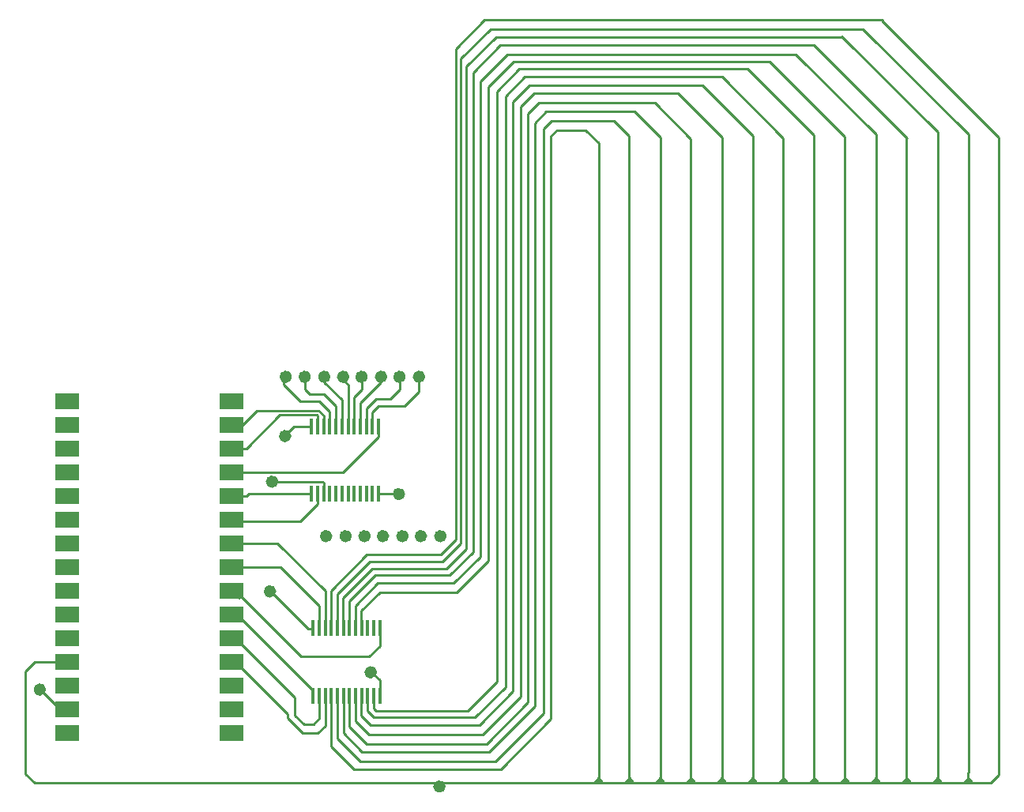
<source format=gbr>
%TF.GenerationSoftware,KiCad,Pcbnew,(6.0.7)*%
%TF.CreationDate,2022-10-28T17:52:02-04:00*%
%TF.ProjectId,double_layer_prototype1,646f7562-6c65-45f6-9c61-7965725f7072,rev?*%
%TF.SameCoordinates,Original*%
%TF.FileFunction,Copper,L1,Top*%
%TF.FilePolarity,Positive*%
%FSLAX46Y46*%
G04 Gerber Fmt 4.6, Leading zero omitted, Abs format (unit mm)*
G04 Created by KiCad (PCBNEW (6.0.7)) date 2022-10-28 17:52:02*
%MOMM*%
%LPD*%
G01*
G04 APERTURE LIST*
%TA.AperFunction,NonConductor*%
%ADD10C,0.667961*%
%TD*%
%TA.AperFunction,SMDPad,CuDef*%
%ADD11R,0.450000X1.750000*%
%TD*%
%TA.AperFunction,SMDPad,CuDef*%
%ADD12R,2.500000X1.750000*%
%TD*%
%TA.AperFunction,ViaPad*%
%ADD13C,0.710000*%
%TD*%
%TA.AperFunction,Conductor*%
%ADD14C,0.250000*%
%TD*%
G04 APERTURE END LIST*
D10*
X84856019Y-125222000D02*
G75*
G03*
X84856019Y-125222000I-333980J0D01*
G01*
X80861141Y-125222000D02*
G75*
G03*
X80861141Y-125222000I-333980J0D01*
G01*
X78769180Y-125222000D02*
G75*
G03*
X78769180Y-125222000I-333980J0D01*
G01*
X91011980Y-125222000D02*
G75*
G03*
X91011980Y-125222000I-333980J0D01*
G01*
X82883980Y-125222000D02*
G75*
G03*
X82883980Y-125222000I-333980J0D01*
G01*
X88920019Y-125222000D02*
G75*
G03*
X88920019Y-125222000I-333980J0D01*
G01*
X86947980Y-125222000D02*
G75*
G03*
X86947980Y-125222000I-333980J0D01*
G01*
X72749380Y-131140200D02*
G75*
G03*
X72749380Y-131140200I-333980J0D01*
G01*
X86566980Y-120709961D02*
G75*
G03*
X86566980Y-120709961I-333980J0D01*
G01*
X72977980Y-119380000D02*
G75*
G03*
X72977980Y-119380000I-333980J0D01*
G01*
X48085980Y-141672039D02*
G75*
G03*
X48085980Y-141672039I-333980J0D01*
G01*
X76474019Y-108144039D02*
G75*
G03*
X76474019Y-108144039I-333980J0D01*
G01*
X78565980Y-108144039D02*
G75*
G03*
X78565980Y-108144039I-333980J0D01*
G01*
X90910380Y-152053561D02*
G75*
G03*
X90910380Y-152053561I-333980J0D01*
G01*
X82560858Y-108144039D02*
G75*
G03*
X82560858Y-108144039I-333980J0D01*
G01*
X74442019Y-108144039D02*
G75*
G03*
X74442019Y-108144039I-333980J0D01*
G01*
X80588819Y-108144039D02*
G75*
G03*
X80588819Y-108144039I-333980J0D01*
G01*
X88716819Y-108144039D02*
G75*
G03*
X88716819Y-108144039I-333980J0D01*
G01*
X86624858Y-108144039D02*
G75*
G03*
X86624858Y-108144039I-333980J0D01*
G01*
X84652819Y-108144039D02*
G75*
G03*
X84652819Y-108144039I-333980J0D01*
G01*
X74374980Y-114494039D02*
G75*
G03*
X74374980Y-114494039I-333980J0D01*
G01*
X83544380Y-139827000D02*
G75*
G03*
X83544380Y-139827000I-333980J0D01*
G01*
D11*
%TO.P,U1,1,COM*%
%TO.N,Net-(U1-Pad1)*%
X84037000Y-113450000D03*
%TO.P,U1,2,I7*%
%TO.N,unconnected-(U1-Pad2)*%
X83387000Y-113450000D03*
%TO.P,U1,3,I6*%
%TO.N,unconnected-(U1-Pad3)*%
X82737000Y-113450000D03*
%TO.P,U1,4,I5*%
%TO.N,unconnected-(U1-Pad4)*%
X82087000Y-113450000D03*
%TO.P,U1,5,I4*%
%TO.N,unconnected-(U1-Pad5)*%
X81437000Y-113450000D03*
%TO.P,U1,6,I3*%
%TO.N,unconnected-(U1-Pad6)*%
X80787000Y-113450000D03*
%TO.P,U1,7,I2*%
%TO.N,unconnected-(U1-Pad7)*%
X80137000Y-113450000D03*
%TO.P,U1,8,I1*%
%TO.N,unconnected-(U1-Pad8)*%
X79487000Y-113450000D03*
%TO.P,U1,9,I0*%
%TO.N,unconnected-(U1-Pad9)*%
X78837000Y-113450000D03*
%TO.P,U1,10,S0*%
%TO.N,Net-(U1-Pad10)*%
X78187000Y-113450000D03*
%TO.P,U1,11,S1*%
%TO.N,Net-(U1-Pad11)*%
X77537000Y-113450000D03*
%TO.P,U1,12,GND*%
%TO.N,GND*%
X76887000Y-113450000D03*
%TO.P,U1,13,S3*%
%TO.N,Net-(U1-Pad13)*%
X76887000Y-120650000D03*
%TO.P,U1,14,S2*%
%TO.N,Net-(U1-Pad14)*%
X77537000Y-120650000D03*
%TO.P,U1,15,~{E}*%
%TO.N,GND*%
X78187000Y-120650000D03*
%TO.P,U1,16,I15*%
%TO.N,unconnected-(U1-Pad16)*%
X78837000Y-120650000D03*
%TO.P,U1,17,I14*%
%TO.N,unconnected-(U1-Pad17)*%
X79487000Y-120650000D03*
%TO.P,U1,18,I13*%
%TO.N,unconnected-(U1-Pad18)*%
X80137000Y-120650000D03*
%TO.P,U1,19,I12*%
%TO.N,unconnected-(U1-Pad19)*%
X80787000Y-120650000D03*
%TO.P,U1,20,I11*%
%TO.N,unconnected-(U1-Pad20)*%
X81437000Y-120650000D03*
%TO.P,U1,21,I10*%
%TO.N,unconnected-(U1-Pad21)*%
X82087000Y-120650000D03*
%TO.P,U1,22,I9*%
%TO.N,unconnected-(U1-Pad22)*%
X82737000Y-120650000D03*
%TO.P,U1,23,I8*%
%TO.N,unconnected-(U1-Pad23)*%
X83387000Y-120650000D03*
%TO.P,U1,24,VCC*%
%TO.N,Net-(A1-Pad27)*%
X84037000Y-120650000D03*
%TD*%
D12*
%TO.P,A1,1,D1/TX*%
%TO.N,unconnected-(A1-Pad1)*%
X68323000Y-146304000D03*
%TO.P,A1,2,D0/RX*%
%TO.N,unconnected-(A1-Pad2)*%
X68323000Y-143764000D03*
%TO.P,A1,3,~{RESET}*%
%TO.N,unconnected-(A1-Pad3)*%
X68323000Y-141224000D03*
%TO.P,A1,4,GND*%
%TO.N,GND*%
X68323000Y-138684000D03*
%TO.P,A1,5,D2*%
%TO.N,Net-(U2-Pad14)*%
X68323000Y-136144000D03*
%TO.P,A1,6,D3*%
%TO.N,Net-(U2-Pad13)*%
X68323000Y-133604000D03*
%TO.P,A1,7,D4*%
%TO.N,Net-(A1-Pad7)*%
X68323000Y-131064000D03*
%TO.P,A1,8,D5*%
%TO.N,Net-(U2-Pad11)*%
X68323000Y-128524000D03*
%TO.P,A1,9,D6*%
%TO.N,Net-(U2-Pad10)*%
X68323000Y-125984000D03*
%TO.P,A1,10,D7*%
%TO.N,Net-(U1-Pad14)*%
X68323000Y-123444000D03*
%TO.P,A1,11,D8*%
%TO.N,Net-(U1-Pad13)*%
X68323000Y-120904000D03*
%TO.P,A1,12,D9*%
%TO.N,Net-(U1-Pad1)*%
X68323000Y-118364000D03*
%TO.P,A1,13,D10*%
%TO.N,Net-(U1-Pad11)*%
X68323000Y-115824000D03*
%TO.P,A1,14,D11*%
%TO.N,Net-(U1-Pad10)*%
X68323000Y-113284000D03*
%TO.P,A1,15,D12*%
%TO.N,unconnected-(A1-Pad15)*%
X68323000Y-110744000D03*
%TO.P,A1,16,D13*%
%TO.N,unconnected-(A1-Pad16)*%
X50673000Y-110744000D03*
%TO.P,A1,17,3V3*%
%TO.N,unconnected-(A1-Pad17)*%
X50673000Y-113284000D03*
%TO.P,A1,18,AREF*%
%TO.N,unconnected-(A1-Pad18)*%
X50673000Y-115824000D03*
%TO.P,A1,19,A0*%
%TO.N,unconnected-(A1-Pad19)*%
X50673000Y-118364000D03*
%TO.P,A1,20,A1*%
%TO.N,unconnected-(A1-Pad20)*%
X50673000Y-120904000D03*
%TO.P,A1,21,A2*%
%TO.N,unconnected-(A1-Pad21)*%
X50673000Y-123444000D03*
%TO.P,A1,22,A3*%
%TO.N,unconnected-(A1-Pad22)*%
X50673000Y-125984000D03*
%TO.P,A1,23,A4*%
%TO.N,unconnected-(A1-Pad23)*%
X50673000Y-128524000D03*
%TO.P,A1,24,A5*%
%TO.N,unconnected-(A1-Pad24)*%
X50673000Y-131064000D03*
%TO.P,A1,25,A6*%
%TO.N,unconnected-(A1-Pad25)*%
X50673000Y-133604000D03*
%TO.P,A1,26,A7*%
%TO.N,unconnected-(A1-Pad26)*%
X50673000Y-136144000D03*
%TO.P,A1,27,+5V*%
%TO.N,Net-(A1-Pad27)*%
X50673000Y-138684000D03*
%TO.P,A1,28,~{RESET}*%
%TO.N,unconnected-(A1-Pad28)*%
X50673000Y-141224000D03*
%TO.P,A1,29,GND*%
%TO.N,GND*%
X50673000Y-143764000D03*
%TO.P,A1,30,VIN*%
%TO.N,unconnected-(A1-Pad30)*%
X50673000Y-146304000D03*
%TD*%
D11*
%TO.P,U2,1,COM*%
%TO.N,Net-(A1-Pad7)*%
X84194600Y-135109400D03*
%TO.P,U2,2,I7*%
%TO.N,unconnected-(U2-Pad2)*%
X83544600Y-135109400D03*
%TO.P,U2,3,I6*%
%TO.N,unconnected-(U2-Pad3)*%
X82894600Y-135109400D03*
%TO.P,U2,4,I5*%
%TO.N,unconnected-(U2-Pad4)*%
X82244600Y-135109400D03*
%TO.P,U2,5,I4*%
%TO.N,unconnected-(U2-Pad5)*%
X81594600Y-135109400D03*
%TO.P,U2,6,I3*%
%TO.N,unconnected-(U2-Pad6)*%
X80944600Y-135109400D03*
%TO.P,U2,7,I2*%
%TO.N,unconnected-(U2-Pad7)*%
X80294600Y-135109400D03*
%TO.P,U2,8,I1*%
%TO.N,unconnected-(U2-Pad8)*%
X79644600Y-135109400D03*
%TO.P,U2,9,I0*%
%TO.N,unconnected-(U2-Pad9)*%
X78994600Y-135109400D03*
%TO.P,U2,10,S0*%
%TO.N,Net-(U2-Pad10)*%
X78344600Y-135109400D03*
%TO.P,U2,11,S1*%
%TO.N,Net-(U2-Pad11)*%
X77694600Y-135109400D03*
%TO.P,U2,12,GND*%
%TO.N,GND*%
X77044600Y-135109400D03*
%TO.P,U2,13,S3*%
%TO.N,Net-(U2-Pad13)*%
X77044600Y-142309400D03*
%TO.P,U2,14,S2*%
%TO.N,Net-(U2-Pad14)*%
X77694600Y-142309400D03*
%TO.P,U2,15,~{E}*%
%TO.N,GND*%
X78344600Y-142309400D03*
%TO.P,U2,16,I15*%
%TO.N,unconnected-(U2-Pad16)*%
X78994600Y-142309400D03*
%TO.P,U2,17,I14*%
%TO.N,unconnected-(U2-Pad17)*%
X79644600Y-142309400D03*
%TO.P,U2,18,I13*%
%TO.N,unconnected-(U2-Pad18)*%
X80294600Y-142309400D03*
%TO.P,U2,19,I12*%
%TO.N,unconnected-(U2-Pad19)*%
X80944600Y-142309400D03*
%TO.P,U2,20,I11*%
%TO.N,unconnected-(U2-Pad20)*%
X81594600Y-142309400D03*
%TO.P,U2,21,I10*%
%TO.N,unconnected-(U2-Pad21)*%
X82244600Y-142309400D03*
%TO.P,U2,22,I9*%
%TO.N,unconnected-(U2-Pad22)*%
X82894600Y-142309400D03*
%TO.P,U2,23,I8*%
%TO.N,unconnected-(U2-Pad23)*%
X83544600Y-142309400D03*
%TO.P,U2,24,VCC*%
%TO.N,Net-(A1-Pad27)*%
X84194600Y-142309400D03*
%TD*%
D13*
%TO.N,*%
X88576878Y-125222000D03*
X90668839Y-125222000D03*
X78426039Y-125222000D03*
X80518000Y-125222000D03*
X86604839Y-125222000D03*
X84512878Y-125222000D03*
X82540839Y-125222000D03*
X86290878Y-108144039D03*
X78232000Y-108144039D03*
X83210400Y-139827000D03*
X74108039Y-108144039D03*
X76140039Y-108144039D03*
X72644000Y-119380000D03*
X88382839Y-108144039D03*
X72415400Y-131140200D03*
X74041000Y-114494039D03*
X84318839Y-108144039D03*
X86233000Y-120709961D03*
X47752000Y-141672039D03*
X90576400Y-152044400D03*
X82226878Y-108144039D03*
X80254839Y-108144039D03*
%TD*%
D14*
%TO.N,unconnected-(U2-Pad16)*%
X81457800Y-150215600D02*
X78994000Y-147751800D01*
X103200200Y-81686400D02*
X102539800Y-82346800D01*
X107624088Y-151201912D02*
X107624088Y-83062288D01*
X102539800Y-82346800D02*
X102539800Y-144830800D01*
X78994000Y-147751800D02*
X78994000Y-142392400D01*
X97155000Y-150215600D02*
X81457800Y-150215600D01*
X106248200Y-81686400D02*
X103200200Y-81686400D01*
X107619800Y-151206200D02*
X107624088Y-151201912D01*
X107624088Y-83062288D02*
X106248200Y-81686400D01*
X102539800Y-144830800D02*
X97155000Y-150215600D01*
%TO.N,Net-(A1-Pad27)*%
X107238800Y-151536400D02*
X107619800Y-151155400D01*
X107492800Y-151536400D02*
X107619800Y-151409400D01*
X107619800Y-151155400D02*
X108000800Y-151536400D01*
X107873800Y-151536400D02*
X107365800Y-151536400D01*
%TO.N,unconnected-(U1-Pad7)*%
X80527161Y-125730000D02*
X80527161Y-125476000D01*
%TO.N,unconnected-(U1-Pad4)*%
X86623161Y-125730000D02*
X86623161Y-125476000D01*
%TO.N,unconnected-(U1-Pad6)*%
X80787000Y-108981000D02*
X80264000Y-108458000D01*
X80787000Y-113450000D02*
X80787000Y-108981000D01*
%TO.N,unconnected-(U1-Pad7)*%
X78232000Y-108652039D02*
X78232000Y-108398039D01*
X80137000Y-110617000D02*
X78232000Y-108712000D01*
X80137000Y-113450000D02*
X80137000Y-110617000D01*
%TO.N,unconnected-(U1-Pad8)*%
X76200000Y-109474000D02*
X76200000Y-108458000D01*
X79487000Y-111237000D02*
X78232000Y-109982000D01*
X76708000Y-109982000D02*
X76200000Y-109474000D01*
X79487000Y-113450000D02*
X79487000Y-111237000D01*
X78232000Y-109982000D02*
X76708000Y-109982000D01*
%TO.N,unconnected-(U1-Pad9)*%
X75692000Y-110744000D02*
X73914000Y-108966000D01*
X78837000Y-111857000D02*
X77724000Y-110744000D01*
X73914000Y-108966000D02*
X73914000Y-108458000D01*
X78837000Y-113450000D02*
X78837000Y-111857000D01*
X77724000Y-110744000D02*
X75692000Y-110744000D01*
%TO.N,unconnected-(U1-Pad5)*%
X82296000Y-109474000D02*
X82296000Y-108458000D01*
X81437000Y-110333000D02*
X82296000Y-109474000D01*
X81437000Y-113450000D02*
X81437000Y-110333000D01*
%TO.N,unconnected-(U1-Pad4)*%
X84328000Y-108652039D02*
X84328000Y-108398039D01*
X82087000Y-110953000D02*
X84328000Y-108712000D01*
X82087000Y-113450000D02*
X82087000Y-110953000D01*
%TO.N,unconnected-(U1-Pad3)*%
X85344000Y-110490000D02*
X86360000Y-109474000D01*
X82737000Y-111573000D02*
X83820000Y-110490000D01*
X86360000Y-109474000D02*
X86360000Y-108458000D01*
X83820000Y-110490000D02*
X85344000Y-110490000D01*
X82737000Y-113450000D02*
X82737000Y-111573000D01*
%TO.N,unconnected-(U1-Pad2)*%
X84074000Y-111252000D02*
X86868000Y-111252000D01*
X83820000Y-111506000D02*
X84074000Y-111252000D01*
X83387000Y-111939000D02*
X83820000Y-111506000D01*
X88392000Y-109728000D02*
X88392000Y-108458000D01*
X86868000Y-111252000D02*
X88392000Y-109728000D01*
X83387000Y-113450000D02*
X83387000Y-111939000D01*
%TO.N,unconnected-(U2-Pad5)*%
X80899000Y-132156200D02*
X80899000Y-135128000D01*
%TO.N,unconnected-(U2-Pad4)*%
X82219200Y-133223600D02*
X82219200Y-135109400D01*
X84175600Y-131267200D02*
X82219200Y-133223600D01*
X92456000Y-131267200D02*
X84175600Y-131267200D01*
X95834200Y-77089000D02*
X95834200Y-127889000D01*
X98552000Y-74371200D02*
X95834200Y-77089000D01*
X95834200Y-127889000D02*
X92456000Y-131267200D01*
X125984000Y-74371200D02*
X98552000Y-74371200D01*
X133979359Y-151149759D02*
X133979359Y-82366559D01*
X134010400Y-151180800D02*
X133979359Y-151149759D01*
X133979359Y-82366559D02*
X125984000Y-74371200D01*
%TO.N,unconnected-(U2-Pad5)*%
X81569200Y-132679800D02*
X81569200Y-135109400D01*
X83972400Y-130276600D02*
X81569200Y-132679800D01*
X92100400Y-130276600D02*
X83972400Y-130276600D01*
X94970600Y-76454000D02*
X94970600Y-127406400D01*
X94970600Y-127406400D02*
X92100400Y-130276600D01*
X97840800Y-73583800D02*
X94970600Y-76454000D01*
X137359590Y-82165390D02*
X128778000Y-73583800D01*
X128778000Y-73583800D02*
X97840800Y-73583800D01*
X137359590Y-151227990D02*
X137359590Y-82165390D01*
X137343322Y-151244258D02*
X137359590Y-151227990D01*
X137337800Y-151244258D02*
X137343322Y-151244258D01*
X81051400Y-132003800D02*
X80899000Y-132156200D01*
X81076800Y-132003800D02*
X81051400Y-132003800D01*
X83693000Y-129387600D02*
X81076800Y-132003800D01*
X91694000Y-129387600D02*
X83693000Y-129387600D01*
X94183200Y-75539600D02*
X94183200Y-126898400D01*
X97104200Y-72618600D02*
X94183200Y-75539600D01*
X130733800Y-72618600D02*
X97104200Y-72618600D01*
X140659559Y-82544359D02*
X130733800Y-72618600D01*
X94183200Y-126898400D02*
X91694000Y-129387600D01*
X140639800Y-82564118D02*
X140659559Y-82544359D01*
X140639800Y-151244258D02*
X140639800Y-82564118D01*
%TO.N,unconnected-(U2-Pad7)*%
X80269200Y-131820800D02*
X80269200Y-135109400D01*
X91363800Y-128701800D02*
X83388200Y-128701800D01*
X83388200Y-128701800D02*
X80269200Y-131820800D01*
X93446600Y-126619000D02*
X91363800Y-128701800D01*
X133578600Y-71704200D02*
X96647000Y-71704200D01*
X96647000Y-71704200D02*
X93446600Y-74904600D01*
X93446600Y-74904600D02*
X93446600Y-126619000D01*
%TO.N,unconnected-(U2-Pad8)*%
X79619200Y-131454800D02*
X79619200Y-135109400D01*
X83108800Y-127965200D02*
X79619200Y-131454800D01*
X90932000Y-127965200D02*
X83108800Y-127965200D01*
X147248088Y-82173288D02*
X135940800Y-70866000D01*
X135940800Y-70866000D02*
X96037400Y-70866000D01*
X92887800Y-126009400D02*
X90932000Y-127965200D01*
X147248088Y-150550088D02*
X147248088Y-82173288D01*
X92887800Y-74015600D02*
X92887800Y-126009400D01*
X147243800Y-150554376D02*
X147248088Y-150550088D01*
X147243800Y-151244258D02*
X147243800Y-150554376D01*
X96037400Y-70866000D02*
X92887800Y-74015600D01*
%TO.N,unconnected-(U2-Pad9)*%
X78969200Y-131063400D02*
X78969200Y-135109400D01*
X82804000Y-127228600D02*
X78969200Y-131063400D01*
X90703400Y-127228600D02*
X82804000Y-127228600D01*
X92329000Y-125603000D02*
X90703400Y-127228600D01*
X92329000Y-72999600D02*
X92329000Y-125603000D01*
X95427800Y-69900800D02*
X92329000Y-72999600D01*
X138091204Y-69900800D02*
X95427800Y-69900800D01*
%TO.N,unconnected-(U2-Pad3)*%
X83540600Y-143738600D02*
X83540600Y-142367000D01*
X83794600Y-143992600D02*
X83540600Y-143738600D01*
X84429600Y-143992600D02*
X83794600Y-143992600D01*
X84480400Y-143941800D02*
X84429600Y-143992600D01*
X93624400Y-143941800D02*
X84480400Y-143941800D01*
X96723200Y-140843000D02*
X93624400Y-143941800D01*
X96723200Y-77571600D02*
X96723200Y-140843000D01*
X99136200Y-75158600D02*
X96723200Y-77571600D01*
X123621800Y-75158600D02*
X99136200Y-75158600D01*
X130733800Y-82270600D02*
X123621800Y-75158600D01*
X130733800Y-151155400D02*
X130733800Y-82270600D01*
%TO.N,unconnected-(U2-Pad2)*%
X82880200Y-143941800D02*
X82880200Y-142392400D01*
X94411800Y-144602200D02*
X83540600Y-144602200D01*
X97637600Y-141376400D02*
X94411800Y-144602200D01*
X97637600Y-78054200D02*
X97637600Y-141376400D01*
X99695000Y-75996800D02*
X97637600Y-78054200D01*
X120853200Y-75996800D02*
X99695000Y-75996800D01*
X127431800Y-82575400D02*
X120853200Y-75996800D01*
X127431800Y-151244258D02*
X127431800Y-82575400D01*
X83540600Y-144602200D02*
X82880200Y-143941800D01*
%TO.N,Net-(A1-Pad27)*%
X82219800Y-144449800D02*
X82219800Y-142392400D01*
X83210400Y-145440400D02*
X82219800Y-144449800D01*
X94894400Y-145440400D02*
X83210400Y-145440400D01*
X100228400Y-76911200D02*
X98475800Y-78663800D01*
X118730967Y-76911200D02*
X100228400Y-76911200D01*
X98475800Y-78663800D02*
X98475800Y-141859000D01*
X98475800Y-141859000D02*
X94894400Y-145440400D01*
X124155200Y-82335433D02*
X118730967Y-76911200D01*
X124155200Y-151674316D02*
X124155200Y-82335433D01*
X124135258Y-151694258D02*
X124155200Y-151674316D01*
X81559400Y-145084800D02*
X81559400Y-142392400D01*
X83007200Y-146532600D02*
X81559400Y-145084800D01*
X95224600Y-146532600D02*
X83007200Y-146532600D01*
X99288600Y-79197200D02*
X99288600Y-142468600D01*
X120853200Y-82458371D02*
X116169629Y-77774800D01*
X116169629Y-77774800D02*
X100711000Y-77774800D01*
X120853200Y-151511000D02*
X120853200Y-82458371D01*
X99288600Y-142468600D02*
X95224600Y-146532600D01*
X100711000Y-77774800D02*
X99288600Y-79197200D01*
X80924400Y-145618200D02*
X80924400Y-142392400D01*
X82778600Y-147472400D02*
X80924400Y-145618200D01*
X100050600Y-143027400D02*
X95605600Y-147472400D01*
X95605600Y-147472400D02*
X82778600Y-147472400D01*
X100050600Y-79908400D02*
X100050600Y-143027400D01*
X101219000Y-78740000D02*
X100050600Y-79908400D01*
X113636829Y-78740000D02*
X101219000Y-78740000D01*
X117525800Y-82628971D02*
X113636829Y-78740000D01*
X117525800Y-151511000D02*
X117525800Y-82628971D01*
X80289400Y-146354800D02*
X80289400Y-142392400D01*
X82296000Y-148361400D02*
X80289400Y-146354800D01*
X100812600Y-80924400D02*
X100812600Y-143484600D01*
X114249200Y-82458371D02*
X111496029Y-79705200D01*
X111496029Y-79705200D02*
X102031800Y-79705200D01*
X102031800Y-79705200D02*
X100812600Y-80924400D01*
X100812600Y-143484600D02*
X95935800Y-148361400D01*
X114249200Y-151206200D02*
X114249200Y-82458371D01*
X114223800Y-151231600D02*
X114249200Y-151206200D01*
X95935800Y-148361400D02*
X82296000Y-148361400D01*
%TO.N,unconnected-(U2-Pad2)*%
X79629000Y-146888200D02*
X79629000Y-142392400D01*
X82092800Y-149352000D02*
X79629000Y-146888200D01*
X109245400Y-80670400D02*
X102616000Y-80670400D01*
X96545400Y-149352000D02*
X82092800Y-149352000D01*
X110900688Y-82325688D02*
X109245400Y-80670400D01*
X110900688Y-151083488D02*
X110900688Y-82325688D01*
X102616000Y-80670400D02*
X101727000Y-81559400D01*
X111023400Y-151206200D02*
X110900688Y-151083488D01*
X101727000Y-81559400D02*
X101727000Y-144170400D01*
X101727000Y-144170400D02*
X96545400Y-149352000D01*
%TO.N,GND*%
X74320400Y-144322800D02*
X68681600Y-138684000D01*
X68681600Y-138684000D02*
X68323000Y-138684000D01*
X74320400Y-144729200D02*
X74320400Y-144322800D01*
X77546200Y-146354800D02*
X75946000Y-146354800D01*
X75946000Y-146354800D02*
X74320400Y-144729200D01*
X78347700Y-145553300D02*
X77546200Y-146354800D01*
X78347700Y-142385000D02*
X78347700Y-145553300D01*
%TO.N,Net-(U2-Pad14)*%
X68698000Y-136144000D02*
X68323000Y-136144000D01*
X75107800Y-142553800D02*
X68698000Y-136144000D01*
X75107800Y-144424400D02*
X75107800Y-142553800D01*
X76047600Y-145364200D02*
X75107800Y-144424400D01*
X77063600Y-145364200D02*
X76047600Y-145364200D01*
X77698600Y-144729200D02*
X77063600Y-145364200D01*
X77698600Y-143510900D02*
X77698600Y-144729200D01*
X77697700Y-143510000D02*
X77698600Y-143510900D01*
X77697700Y-142385000D02*
X77697700Y-143510000D01*
%TO.N,Net-(U2-Pad13)*%
X68916700Y-133604000D02*
X68323000Y-133604000D01*
X77047700Y-141735000D02*
X68916700Y-133604000D01*
X77047700Y-142385000D02*
X77047700Y-141735000D01*
%TO.N,Net-(A1-Pad7)*%
X68698000Y-131064000D02*
X68323000Y-131064000D01*
X75784000Y-138150000D02*
X68698000Y-131064000D01*
X83046700Y-138150000D02*
X75784000Y-138150000D01*
%TO.N,GND*%
X76485600Y-135185000D02*
X72415400Y-131114800D01*
X77047700Y-135185000D02*
X76485600Y-135185000D01*
%TO.N,Net-(U2-Pad11)*%
X77697700Y-132688700D02*
X77697700Y-135185000D01*
X73533000Y-128524000D02*
X77697700Y-132688700D01*
X68323000Y-128524000D02*
X73533000Y-128524000D01*
%TO.N,Net-(U2-Pad10)*%
X73228200Y-125984000D02*
X78347700Y-131103500D01*
X78347700Y-131103500D02*
X78347700Y-135185000D01*
X68323000Y-125984000D02*
X73228200Y-125984000D01*
%TO.N,Net-(A1-Pad27)*%
X46228000Y-150713629D02*
X46228000Y-144246600D01*
X47208629Y-151694258D02*
X46228000Y-150713629D01*
X46228000Y-139700000D02*
X46228000Y-144246600D01*
%TO.N,unconnected-(U2-Pad9)*%
X150520400Y-82473800D02*
X150520400Y-150749000D01*
%TO.N,unconnected-(U2-Pad7)*%
X143967200Y-151244258D02*
X143941800Y-151244258D01*
X143967200Y-81915000D02*
X143967200Y-151244258D01*
%TO.N,Net-(A1-Pad27)*%
X124135258Y-151694258D02*
X149628629Y-151694258D01*
X47208629Y-151694258D02*
X124135258Y-151694258D01*
%TO.N,unconnected-(U2-Pad9)*%
X137989604Y-69943004D02*
X150520400Y-82473800D01*
%TO.N,unconnected-(U2-Pad7)*%
X133675912Y-71623712D02*
X143967200Y-81915000D01*
%TO.N,GND*%
X78187000Y-119525000D02*
X78042000Y-119380000D01*
X49911000Y-143764000D02*
X47752000Y-141605000D01*
X78187000Y-120650000D02*
X78187000Y-119525000D01*
X78042000Y-119380000D02*
X72644000Y-119380000D01*
X75018000Y-113450000D02*
X74041000Y-114427000D01*
X50673000Y-143764000D02*
X49911000Y-143764000D01*
X76887000Y-113450000D02*
X75018000Y-113450000D01*
%TO.N,Net-(U1-Pad10)*%
X78187000Y-113450000D02*
X78187000Y-112325000D01*
X70993000Y-111760000D02*
X70231000Y-112522000D01*
X68323000Y-113284000D02*
X69469000Y-113284000D01*
X69469000Y-113284000D02*
X70231000Y-112522000D01*
X77622000Y-111760000D02*
X70993000Y-111760000D01*
X78187000Y-112325000D02*
X77622000Y-111760000D01*
X70231000Y-112522000D02*
X69898000Y-112855000D01*
%TO.N,Net-(U1-Pad11)*%
X77537000Y-112325000D02*
X77537000Y-113450000D01*
X73472000Y-112250000D02*
X77462000Y-112250000D01*
X77462000Y-112250000D02*
X77537000Y-112325000D01*
X68323000Y-115824000D02*
X69898000Y-115824000D01*
X69898000Y-115824000D02*
X73472000Y-112250000D01*
%TO.N,Net-(A1-Pad7)*%
X69124000Y-131865000D02*
X68323000Y-131064000D01*
X84197700Y-136999000D02*
X83046700Y-138150000D01*
X84197700Y-135185000D02*
X84197700Y-136999000D01*
%TO.N,Net-(U1-Pad1)*%
X84037000Y-114575000D02*
X84037000Y-113450000D01*
X80248000Y-118364000D02*
X84037000Y-114575000D01*
X68323000Y-118364000D02*
X80248000Y-118364000D01*
%TO.N,Net-(U1-Pad13)*%
X68323000Y-120904000D02*
X69925000Y-120904000D01*
X69925000Y-120904000D02*
X70179000Y-120650000D01*
X76887000Y-120650000D02*
X70179000Y-120650000D01*
%TO.N,Net-(U1-Pad14)*%
X77537000Y-121775000D02*
X75658000Y-123654000D01*
X77537000Y-120650000D02*
X77537000Y-121775000D01*
X75658000Y-123654000D02*
X68140000Y-123654000D01*
%TO.N,Net-(A1-Pad27)*%
X107619800Y-151409400D02*
X107365800Y-151663400D01*
X147243800Y-151180800D02*
X147624800Y-151561800D01*
X113842800Y-151561800D02*
X114223800Y-151180800D01*
X117779800Y-151561800D02*
X117271800Y-151561800D01*
X50673000Y-138684000D02*
X51048000Y-138684000D01*
X134162800Y-151434800D02*
X133908800Y-151688800D01*
X134289800Y-151561800D02*
X133781800Y-151561800D01*
X123748800Y-151561800D02*
X124129800Y-151180800D01*
X130733800Y-151180800D02*
X131114800Y-151561800D01*
X137337800Y-151180800D02*
X137718800Y-151561800D01*
X147497800Y-151561800D02*
X146989800Y-151561800D01*
X127304800Y-151561800D02*
X127431800Y-151434800D01*
X140891029Y-151561800D02*
X140383029Y-151561800D01*
X124002800Y-151561800D02*
X124129800Y-151434800D01*
X114223800Y-151434800D02*
X113969800Y-151688800D01*
X137591800Y-151561800D02*
X137083800Y-151561800D01*
X134035800Y-151180800D02*
X134416800Y-151561800D01*
X124129800Y-151180800D02*
X124510800Y-151561800D01*
X117144800Y-151561800D02*
X117525800Y-151180800D01*
X133908800Y-151561800D02*
X134035800Y-151434800D01*
X127558800Y-151434800D02*
X127304800Y-151688800D01*
X47244000Y-138684000D02*
X46228000Y-139700000D01*
X84197700Y-142385000D02*
X84197700Y-140698000D01*
X147243800Y-151434800D02*
X146989800Y-151688800D01*
X143941800Y-151434800D02*
X143687800Y-151688800D01*
X144322800Y-151561800D02*
X143814800Y-151561800D01*
X110540800Y-151561800D02*
X110921800Y-151180800D01*
X143941800Y-151180800D02*
X144322800Y-151561800D01*
X84197700Y-140698000D02*
X83300700Y-139801000D01*
X117525800Y-151434800D02*
X117271800Y-151688800D01*
X120825029Y-151180800D02*
X121206029Y-151561800D01*
X136956800Y-151561800D02*
X137337800Y-151180800D01*
X84037000Y-120650000D02*
X86360000Y-120650000D01*
X120825029Y-151434800D02*
X120571029Y-151688800D01*
X130352800Y-151561800D02*
X130733800Y-151180800D01*
X137464800Y-151434800D02*
X137210800Y-151688800D01*
X124510800Y-151561800D02*
X124002800Y-151561800D01*
X140510029Y-151561800D02*
X140637029Y-151434800D01*
X140637029Y-151180800D02*
X141018029Y-151561800D01*
X137210800Y-151561800D02*
X137337800Y-151434800D01*
X134033071Y-151244300D02*
X133972300Y-151244300D01*
X120698029Y-151561800D02*
X120825029Y-151434800D01*
X121079029Y-151561800D02*
X120571029Y-151561800D01*
X110794800Y-151561800D02*
X110921800Y-151434800D01*
X146862800Y-151561800D02*
X147243800Y-151180800D01*
X143560800Y-151561800D02*
X143941800Y-151180800D01*
X114223800Y-151180800D02*
X114604800Y-151561800D01*
X117525800Y-151180800D02*
X117906800Y-151561800D01*
X140256029Y-151561800D02*
X140637029Y-151180800D01*
X140764029Y-151434800D02*
X140510029Y-151688800D01*
X124256800Y-151434800D02*
X124002800Y-151688800D01*
X117398800Y-151561800D02*
X117525800Y-151434800D01*
X110921800Y-151434800D02*
X110667800Y-151688800D01*
X111175800Y-151561800D02*
X110667800Y-151561800D01*
X127050800Y-151561800D02*
X127431800Y-151180800D01*
X114096800Y-151561800D02*
X114223800Y-151434800D01*
X110921800Y-151180800D02*
X111302800Y-151561800D01*
X127431800Y-151180800D02*
X127812800Y-151561800D01*
X133654800Y-151561800D02*
X134035800Y-151180800D01*
X143814800Y-151561800D02*
X143941800Y-151434800D01*
X50673000Y-138684000D02*
X47244000Y-138684000D01*
X130860800Y-151434800D02*
X130606800Y-151688800D01*
X130606800Y-151561800D02*
X130733800Y-151434800D01*
X130987800Y-151561800D02*
X130479800Y-151561800D01*
X137337842Y-151175300D02*
X137274300Y-151175300D01*
X120444029Y-151561800D02*
X120825029Y-151180800D01*
X114477800Y-151561800D02*
X113969800Y-151561800D01*
X149628629Y-151694258D02*
X150517629Y-150805258D01*
X127685800Y-151561800D02*
X127177800Y-151561800D01*
X147116800Y-151561800D02*
X147243800Y-151434800D01*
%TO.N,unconnected-(U1-Pad8)*%
X74332039Y-108580039D02*
X74086207Y-108334207D01*
%TD*%
M02*

</source>
